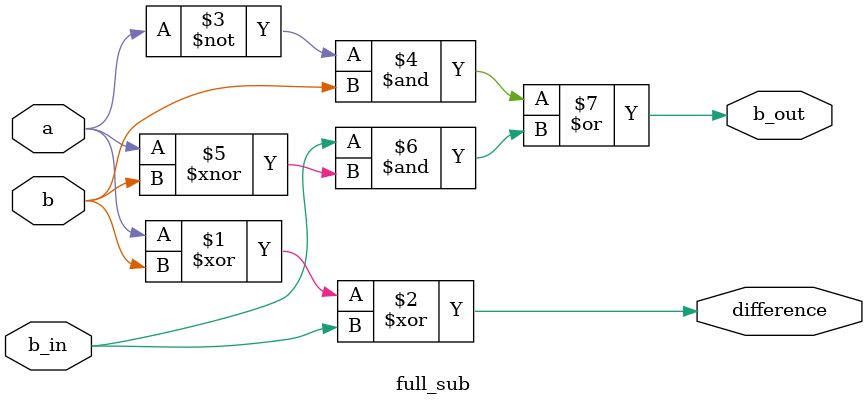
<source format=v>
`timescale 1ns / 1ps


module full_sub(
    input a, b, b_in,
    output difference, b_out
    );
    
assign difference = a ^ b ^ b_in;
assign b_out = ~a & b | (b_in & (a ~^ b));

endmodule

</source>
